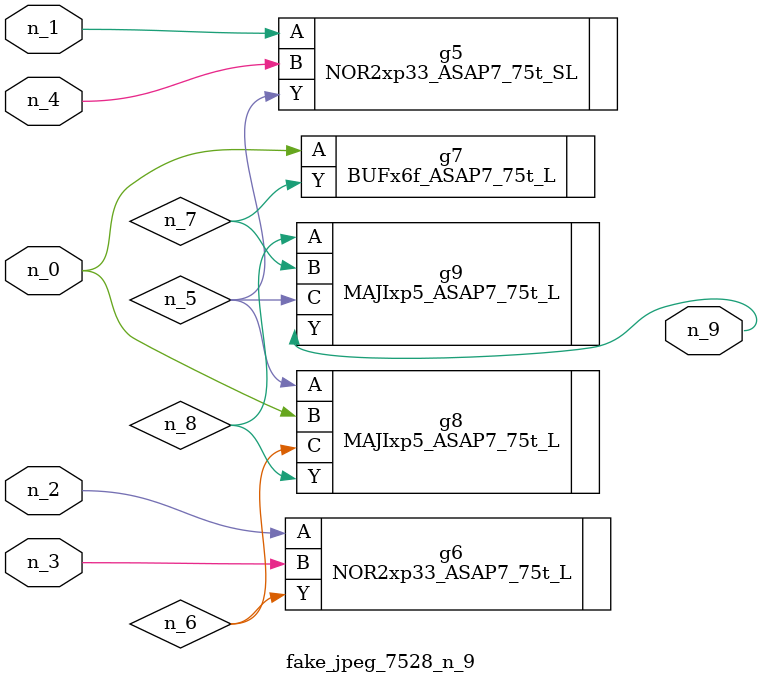
<source format=v>
module fake_jpeg_7528_n_9 (n_3, n_2, n_1, n_0, n_4, n_9);

input n_3;
input n_2;
input n_1;
input n_0;
input n_4;

output n_9;

wire n_8;
wire n_6;
wire n_5;
wire n_7;

NOR2xp33_ASAP7_75t_SL g5 ( 
.A(n_1),
.B(n_4),
.Y(n_5)
);

NOR2xp33_ASAP7_75t_L g6 ( 
.A(n_2),
.B(n_3),
.Y(n_6)
);

BUFx6f_ASAP7_75t_L g7 ( 
.A(n_0),
.Y(n_7)
);

MAJIxp5_ASAP7_75t_L g8 ( 
.A(n_5),
.B(n_0),
.C(n_6),
.Y(n_8)
);

MAJIxp5_ASAP7_75t_L g9 ( 
.A(n_8),
.B(n_7),
.C(n_5),
.Y(n_9)
);


endmodule
</source>
